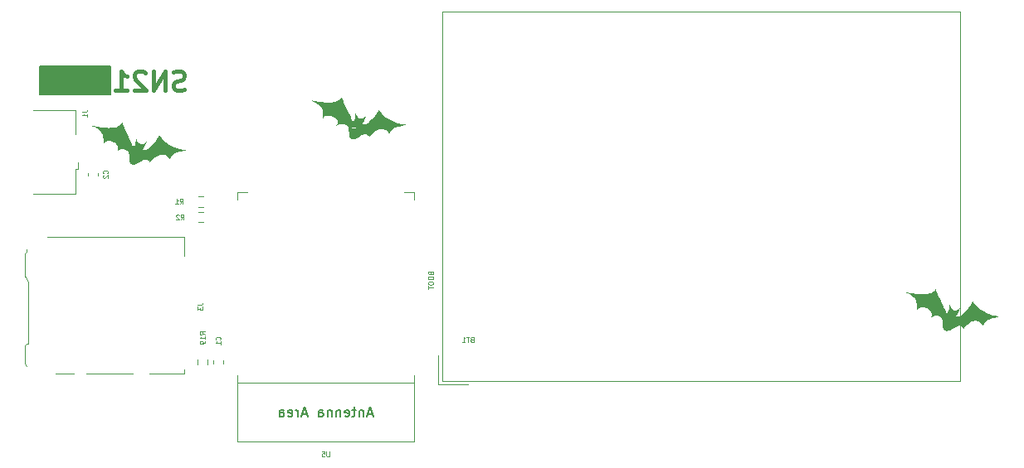
<source format=gbr>
%TF.GenerationSoftware,KiCad,Pcbnew,8.0.6-8.0.6-0~ubuntu22.04.1*%
%TF.CreationDate,2024-10-27T10:41:40+01:00*%
%TF.ProjectId,hackbat,6861636b-6261-4742-9e6b-696361645f70,rev?*%
%TF.SameCoordinates,Original*%
%TF.FileFunction,Legend,Bot*%
%TF.FilePolarity,Positive*%
%FSLAX46Y46*%
G04 Gerber Fmt 4.6, Leading zero omitted, Abs format (unit mm)*
G04 Created by KiCad (PCBNEW 8.0.6-8.0.6-0~ubuntu22.04.1) date 2024-10-27 10:41:40*
%MOMM*%
%LPD*%
G01*
G04 APERTURE LIST*
%ADD10C,0.200000*%
%ADD11C,0.400000*%
%ADD12C,0.080000*%
%ADD13C,0.150000*%
%ADD14C,0.120000*%
%ADD15C,0.000000*%
G04 APERTURE END LIST*
D10*
X141600000Y-79600000D02*
X148800000Y-79600000D01*
X148800000Y-82400000D01*
X141600000Y-82400000D01*
X141600000Y-79600000D01*
G36*
X141600000Y-79600000D02*
G01*
X148800000Y-79600000D01*
X148800000Y-82400000D01*
X141600000Y-82400000D01*
X141600000Y-79600000D01*
G37*
D11*
X156355890Y-81939200D02*
X156070176Y-82034438D01*
X156070176Y-82034438D02*
X155593985Y-82034438D01*
X155593985Y-82034438D02*
X155403509Y-81939200D01*
X155403509Y-81939200D02*
X155308271Y-81843961D01*
X155308271Y-81843961D02*
X155213033Y-81653485D01*
X155213033Y-81653485D02*
X155213033Y-81463009D01*
X155213033Y-81463009D02*
X155308271Y-81272533D01*
X155308271Y-81272533D02*
X155403509Y-81177295D01*
X155403509Y-81177295D02*
X155593985Y-81082057D01*
X155593985Y-81082057D02*
X155974938Y-80986819D01*
X155974938Y-80986819D02*
X156165414Y-80891580D01*
X156165414Y-80891580D02*
X156260652Y-80796342D01*
X156260652Y-80796342D02*
X156355890Y-80605866D01*
X156355890Y-80605866D02*
X156355890Y-80415390D01*
X156355890Y-80415390D02*
X156260652Y-80224914D01*
X156260652Y-80224914D02*
X156165414Y-80129676D01*
X156165414Y-80129676D02*
X155974938Y-80034438D01*
X155974938Y-80034438D02*
X155498747Y-80034438D01*
X155498747Y-80034438D02*
X155213033Y-80129676D01*
X154355890Y-82034438D02*
X154355890Y-80034438D01*
X154355890Y-80034438D02*
X153213033Y-82034438D01*
X153213033Y-82034438D02*
X153213033Y-80034438D01*
X152355890Y-80224914D02*
X152260652Y-80129676D01*
X152260652Y-80129676D02*
X152070176Y-80034438D01*
X152070176Y-80034438D02*
X151593985Y-80034438D01*
X151593985Y-80034438D02*
X151403509Y-80129676D01*
X151403509Y-80129676D02*
X151308271Y-80224914D01*
X151308271Y-80224914D02*
X151213033Y-80415390D01*
X151213033Y-80415390D02*
X151213033Y-80605866D01*
X151213033Y-80605866D02*
X151308271Y-80891580D01*
X151308271Y-80891580D02*
X152451128Y-82034438D01*
X152451128Y-82034438D02*
X151213033Y-82034438D01*
X149308271Y-82034438D02*
X150451128Y-82034438D01*
X149879700Y-82034438D02*
X149879700Y-80034438D01*
X149879700Y-80034438D02*
X150070176Y-80320152D01*
X150070176Y-80320152D02*
X150260652Y-80510628D01*
X150260652Y-80510628D02*
X150451128Y-80605866D01*
D12*
X181465244Y-100721428D02*
X181489054Y-100792856D01*
X181489054Y-100792856D02*
X181512863Y-100816666D01*
X181512863Y-100816666D02*
X181560482Y-100840475D01*
X181560482Y-100840475D02*
X181631911Y-100840475D01*
X181631911Y-100840475D02*
X181679530Y-100816666D01*
X181679530Y-100816666D02*
X181703340Y-100792856D01*
X181703340Y-100792856D02*
X181727149Y-100745237D01*
X181727149Y-100745237D02*
X181727149Y-100554761D01*
X181727149Y-100554761D02*
X181227149Y-100554761D01*
X181227149Y-100554761D02*
X181227149Y-100721428D01*
X181227149Y-100721428D02*
X181250959Y-100769047D01*
X181250959Y-100769047D02*
X181274768Y-100792856D01*
X181274768Y-100792856D02*
X181322387Y-100816666D01*
X181322387Y-100816666D02*
X181370006Y-100816666D01*
X181370006Y-100816666D02*
X181417625Y-100792856D01*
X181417625Y-100792856D02*
X181441435Y-100769047D01*
X181441435Y-100769047D02*
X181465244Y-100721428D01*
X181465244Y-100721428D02*
X181465244Y-100554761D01*
X181227149Y-101149999D02*
X181227149Y-101245237D01*
X181227149Y-101245237D02*
X181250959Y-101292856D01*
X181250959Y-101292856D02*
X181298578Y-101340475D01*
X181298578Y-101340475D02*
X181393816Y-101364285D01*
X181393816Y-101364285D02*
X181560482Y-101364285D01*
X181560482Y-101364285D02*
X181655720Y-101340475D01*
X181655720Y-101340475D02*
X181703340Y-101292856D01*
X181703340Y-101292856D02*
X181727149Y-101245237D01*
X181727149Y-101245237D02*
X181727149Y-101149999D01*
X181727149Y-101149999D02*
X181703340Y-101102380D01*
X181703340Y-101102380D02*
X181655720Y-101054761D01*
X181655720Y-101054761D02*
X181560482Y-101030952D01*
X181560482Y-101030952D02*
X181393816Y-101030952D01*
X181393816Y-101030952D02*
X181298578Y-101054761D01*
X181298578Y-101054761D02*
X181250959Y-101102380D01*
X181250959Y-101102380D02*
X181227149Y-101149999D01*
X181227149Y-101673809D02*
X181227149Y-101769047D01*
X181227149Y-101769047D02*
X181250959Y-101816666D01*
X181250959Y-101816666D02*
X181298578Y-101864285D01*
X181298578Y-101864285D02*
X181393816Y-101888095D01*
X181393816Y-101888095D02*
X181560482Y-101888095D01*
X181560482Y-101888095D02*
X181655720Y-101864285D01*
X181655720Y-101864285D02*
X181703340Y-101816666D01*
X181703340Y-101816666D02*
X181727149Y-101769047D01*
X181727149Y-101769047D02*
X181727149Y-101673809D01*
X181727149Y-101673809D02*
X181703340Y-101626190D01*
X181703340Y-101626190D02*
X181655720Y-101578571D01*
X181655720Y-101578571D02*
X181560482Y-101554762D01*
X181560482Y-101554762D02*
X181393816Y-101554762D01*
X181393816Y-101554762D02*
X181298578Y-101578571D01*
X181298578Y-101578571D02*
X181250959Y-101626190D01*
X181250959Y-101626190D02*
X181227149Y-101673809D01*
X181227149Y-102030953D02*
X181227149Y-102316667D01*
X181727149Y-102173810D02*
X181227149Y-102173810D01*
X155883333Y-93627149D02*
X156049999Y-93389054D01*
X156169047Y-93627149D02*
X156169047Y-93127149D01*
X156169047Y-93127149D02*
X155978571Y-93127149D01*
X155978571Y-93127149D02*
X155930952Y-93150959D01*
X155930952Y-93150959D02*
X155907142Y-93174768D01*
X155907142Y-93174768D02*
X155883333Y-93222387D01*
X155883333Y-93222387D02*
X155883333Y-93293816D01*
X155883333Y-93293816D02*
X155907142Y-93341435D01*
X155907142Y-93341435D02*
X155930952Y-93365244D01*
X155930952Y-93365244D02*
X155978571Y-93389054D01*
X155978571Y-93389054D02*
X156169047Y-93389054D01*
X155407142Y-93627149D02*
X155692856Y-93627149D01*
X155549999Y-93627149D02*
X155549999Y-93127149D01*
X155549999Y-93127149D02*
X155597618Y-93198578D01*
X155597618Y-93198578D02*
X155645237Y-93246197D01*
X155645237Y-93246197D02*
X155692856Y-93270006D01*
X155983333Y-95227149D02*
X156149999Y-94989054D01*
X156269047Y-95227149D02*
X156269047Y-94727149D01*
X156269047Y-94727149D02*
X156078571Y-94727149D01*
X156078571Y-94727149D02*
X156030952Y-94750959D01*
X156030952Y-94750959D02*
X156007142Y-94774768D01*
X156007142Y-94774768D02*
X155983333Y-94822387D01*
X155983333Y-94822387D02*
X155983333Y-94893816D01*
X155983333Y-94893816D02*
X156007142Y-94941435D01*
X156007142Y-94941435D02*
X156030952Y-94965244D01*
X156030952Y-94965244D02*
X156078571Y-94989054D01*
X156078571Y-94989054D02*
X156269047Y-94989054D01*
X155792856Y-94774768D02*
X155769047Y-94750959D01*
X155769047Y-94750959D02*
X155721428Y-94727149D01*
X155721428Y-94727149D02*
X155602380Y-94727149D01*
X155602380Y-94727149D02*
X155554761Y-94750959D01*
X155554761Y-94750959D02*
X155530952Y-94774768D01*
X155530952Y-94774768D02*
X155507142Y-94822387D01*
X155507142Y-94822387D02*
X155507142Y-94870006D01*
X155507142Y-94870006D02*
X155530952Y-94941435D01*
X155530952Y-94941435D02*
X155816666Y-95227149D01*
X155816666Y-95227149D02*
X155507142Y-95227149D01*
X145927149Y-84233333D02*
X146284292Y-84233333D01*
X146284292Y-84233333D02*
X146355720Y-84209524D01*
X146355720Y-84209524D02*
X146403340Y-84161905D01*
X146403340Y-84161905D02*
X146427149Y-84090476D01*
X146427149Y-84090476D02*
X146427149Y-84042857D01*
X146427149Y-84733333D02*
X146427149Y-84447619D01*
X146427149Y-84590476D02*
X145927149Y-84590476D01*
X145927149Y-84590476D02*
X145998578Y-84542857D01*
X145998578Y-84542857D02*
X146046197Y-84495238D01*
X146046197Y-84495238D02*
X146070006Y-84447619D01*
X185670356Y-107465244D02*
X185598928Y-107489054D01*
X185598928Y-107489054D02*
X185575118Y-107512863D01*
X185575118Y-107512863D02*
X185551309Y-107560482D01*
X185551309Y-107560482D02*
X185551309Y-107631911D01*
X185551309Y-107631911D02*
X185575118Y-107679530D01*
X185575118Y-107679530D02*
X185598928Y-107703340D01*
X185598928Y-107703340D02*
X185646547Y-107727149D01*
X185646547Y-107727149D02*
X185837023Y-107727149D01*
X185837023Y-107727149D02*
X185837023Y-107227149D01*
X185837023Y-107227149D02*
X185670356Y-107227149D01*
X185670356Y-107227149D02*
X185622737Y-107250959D01*
X185622737Y-107250959D02*
X185598928Y-107274768D01*
X185598928Y-107274768D02*
X185575118Y-107322387D01*
X185575118Y-107322387D02*
X185575118Y-107370006D01*
X185575118Y-107370006D02*
X185598928Y-107417625D01*
X185598928Y-107417625D02*
X185622737Y-107441435D01*
X185622737Y-107441435D02*
X185670356Y-107465244D01*
X185670356Y-107465244D02*
X185837023Y-107465244D01*
X185408451Y-107227149D02*
X185122737Y-107227149D01*
X185265594Y-107727149D02*
X185265594Y-107227149D01*
X184694166Y-107727149D02*
X184979880Y-107727149D01*
X184837023Y-107727149D02*
X184837023Y-107227149D01*
X184837023Y-107227149D02*
X184884642Y-107298578D01*
X184884642Y-107298578D02*
X184932261Y-107346197D01*
X184932261Y-107346197D02*
X184979880Y-107370006D01*
X171130952Y-118947149D02*
X171130952Y-119351911D01*
X171130952Y-119351911D02*
X171107142Y-119399530D01*
X171107142Y-119399530D02*
X171083333Y-119423340D01*
X171083333Y-119423340D02*
X171035714Y-119447149D01*
X171035714Y-119447149D02*
X170940476Y-119447149D01*
X170940476Y-119447149D02*
X170892857Y-119423340D01*
X170892857Y-119423340D02*
X170869047Y-119399530D01*
X170869047Y-119399530D02*
X170845238Y-119351911D01*
X170845238Y-119351911D02*
X170845238Y-118947149D01*
X170369047Y-118947149D02*
X170607142Y-118947149D01*
X170607142Y-118947149D02*
X170630951Y-119185244D01*
X170630951Y-119185244D02*
X170607142Y-119161435D01*
X170607142Y-119161435D02*
X170559523Y-119137625D01*
X170559523Y-119137625D02*
X170440475Y-119137625D01*
X170440475Y-119137625D02*
X170392856Y-119161435D01*
X170392856Y-119161435D02*
X170369047Y-119185244D01*
X170369047Y-119185244D02*
X170345237Y-119232863D01*
X170345237Y-119232863D02*
X170345237Y-119351911D01*
X170345237Y-119351911D02*
X170369047Y-119399530D01*
X170369047Y-119399530D02*
X170392856Y-119423340D01*
X170392856Y-119423340D02*
X170440475Y-119447149D01*
X170440475Y-119447149D02*
X170559523Y-119447149D01*
X170559523Y-119447149D02*
X170607142Y-119423340D01*
X170607142Y-119423340D02*
X170630951Y-119399530D01*
D13*
X175511905Y-115089104D02*
X175035715Y-115089104D01*
X175607143Y-115374819D02*
X175273810Y-114374819D01*
X175273810Y-114374819D02*
X174940477Y-115374819D01*
X174607143Y-114708152D02*
X174607143Y-115374819D01*
X174607143Y-114803390D02*
X174559524Y-114755771D01*
X174559524Y-114755771D02*
X174464286Y-114708152D01*
X174464286Y-114708152D02*
X174321429Y-114708152D01*
X174321429Y-114708152D02*
X174226191Y-114755771D01*
X174226191Y-114755771D02*
X174178572Y-114851009D01*
X174178572Y-114851009D02*
X174178572Y-115374819D01*
X173845238Y-114708152D02*
X173464286Y-114708152D01*
X173702381Y-114374819D02*
X173702381Y-115231961D01*
X173702381Y-115231961D02*
X173654762Y-115327200D01*
X173654762Y-115327200D02*
X173559524Y-115374819D01*
X173559524Y-115374819D02*
X173464286Y-115374819D01*
X172750000Y-115327200D02*
X172845238Y-115374819D01*
X172845238Y-115374819D02*
X173035714Y-115374819D01*
X173035714Y-115374819D02*
X173130952Y-115327200D01*
X173130952Y-115327200D02*
X173178571Y-115231961D01*
X173178571Y-115231961D02*
X173178571Y-114851009D01*
X173178571Y-114851009D02*
X173130952Y-114755771D01*
X173130952Y-114755771D02*
X173035714Y-114708152D01*
X173035714Y-114708152D02*
X172845238Y-114708152D01*
X172845238Y-114708152D02*
X172750000Y-114755771D01*
X172750000Y-114755771D02*
X172702381Y-114851009D01*
X172702381Y-114851009D02*
X172702381Y-114946247D01*
X172702381Y-114946247D02*
X173178571Y-115041485D01*
X172273809Y-114708152D02*
X172273809Y-115374819D01*
X172273809Y-114803390D02*
X172226190Y-114755771D01*
X172226190Y-114755771D02*
X172130952Y-114708152D01*
X172130952Y-114708152D02*
X171988095Y-114708152D01*
X171988095Y-114708152D02*
X171892857Y-114755771D01*
X171892857Y-114755771D02*
X171845238Y-114851009D01*
X171845238Y-114851009D02*
X171845238Y-115374819D01*
X171369047Y-114708152D02*
X171369047Y-115374819D01*
X171369047Y-114803390D02*
X171321428Y-114755771D01*
X171321428Y-114755771D02*
X171226190Y-114708152D01*
X171226190Y-114708152D02*
X171083333Y-114708152D01*
X171083333Y-114708152D02*
X170988095Y-114755771D01*
X170988095Y-114755771D02*
X170940476Y-114851009D01*
X170940476Y-114851009D02*
X170940476Y-115374819D01*
X170035714Y-115374819D02*
X170035714Y-114851009D01*
X170035714Y-114851009D02*
X170083333Y-114755771D01*
X170083333Y-114755771D02*
X170178571Y-114708152D01*
X170178571Y-114708152D02*
X170369047Y-114708152D01*
X170369047Y-114708152D02*
X170464285Y-114755771D01*
X170035714Y-115327200D02*
X170130952Y-115374819D01*
X170130952Y-115374819D02*
X170369047Y-115374819D01*
X170369047Y-115374819D02*
X170464285Y-115327200D01*
X170464285Y-115327200D02*
X170511904Y-115231961D01*
X170511904Y-115231961D02*
X170511904Y-115136723D01*
X170511904Y-115136723D02*
X170464285Y-115041485D01*
X170464285Y-115041485D02*
X170369047Y-114993866D01*
X170369047Y-114993866D02*
X170130952Y-114993866D01*
X170130952Y-114993866D02*
X170035714Y-114946247D01*
X168845237Y-115089104D02*
X168369047Y-115089104D01*
X168940475Y-115374819D02*
X168607142Y-114374819D01*
X168607142Y-114374819D02*
X168273809Y-115374819D01*
X167940475Y-115374819D02*
X167940475Y-114708152D01*
X167940475Y-114898628D02*
X167892856Y-114803390D01*
X167892856Y-114803390D02*
X167845237Y-114755771D01*
X167845237Y-114755771D02*
X167749999Y-114708152D01*
X167749999Y-114708152D02*
X167654761Y-114708152D01*
X166940475Y-115327200D02*
X167035713Y-115374819D01*
X167035713Y-115374819D02*
X167226189Y-115374819D01*
X167226189Y-115374819D02*
X167321427Y-115327200D01*
X167321427Y-115327200D02*
X167369046Y-115231961D01*
X167369046Y-115231961D02*
X167369046Y-114851009D01*
X167369046Y-114851009D02*
X167321427Y-114755771D01*
X167321427Y-114755771D02*
X167226189Y-114708152D01*
X167226189Y-114708152D02*
X167035713Y-114708152D01*
X167035713Y-114708152D02*
X166940475Y-114755771D01*
X166940475Y-114755771D02*
X166892856Y-114851009D01*
X166892856Y-114851009D02*
X166892856Y-114946247D01*
X166892856Y-114946247D02*
X167369046Y-115041485D01*
X166035713Y-115374819D02*
X166035713Y-114851009D01*
X166035713Y-114851009D02*
X166083332Y-114755771D01*
X166083332Y-114755771D02*
X166178570Y-114708152D01*
X166178570Y-114708152D02*
X166369046Y-114708152D01*
X166369046Y-114708152D02*
X166464284Y-114755771D01*
X166035713Y-115327200D02*
X166130951Y-115374819D01*
X166130951Y-115374819D02*
X166369046Y-115374819D01*
X166369046Y-115374819D02*
X166464284Y-115327200D01*
X166464284Y-115327200D02*
X166511903Y-115231961D01*
X166511903Y-115231961D02*
X166511903Y-115136723D01*
X166511903Y-115136723D02*
X166464284Y-115041485D01*
X166464284Y-115041485D02*
X166369046Y-114993866D01*
X166369046Y-114993866D02*
X166130951Y-114993866D01*
X166130951Y-114993866D02*
X166035713Y-114946247D01*
D12*
X158427149Y-106978571D02*
X158189054Y-106811905D01*
X158427149Y-106692857D02*
X157927149Y-106692857D01*
X157927149Y-106692857D02*
X157927149Y-106883333D01*
X157927149Y-106883333D02*
X157950959Y-106930952D01*
X157950959Y-106930952D02*
X157974768Y-106954762D01*
X157974768Y-106954762D02*
X158022387Y-106978571D01*
X158022387Y-106978571D02*
X158093816Y-106978571D01*
X158093816Y-106978571D02*
X158141435Y-106954762D01*
X158141435Y-106954762D02*
X158165244Y-106930952D01*
X158165244Y-106930952D02*
X158189054Y-106883333D01*
X158189054Y-106883333D02*
X158189054Y-106692857D01*
X158427149Y-107454762D02*
X158427149Y-107169048D01*
X158427149Y-107311905D02*
X157927149Y-107311905D01*
X157927149Y-107311905D02*
X157998578Y-107264286D01*
X157998578Y-107264286D02*
X158046197Y-107216667D01*
X158046197Y-107216667D02*
X158070006Y-107169048D01*
X158427149Y-107692857D02*
X158427149Y-107788095D01*
X158427149Y-107788095D02*
X158403340Y-107835714D01*
X158403340Y-107835714D02*
X158379530Y-107859523D01*
X158379530Y-107859523D02*
X158308101Y-107907142D01*
X158308101Y-107907142D02*
X158212863Y-107930952D01*
X158212863Y-107930952D02*
X158022387Y-107930952D01*
X158022387Y-107930952D02*
X157974768Y-107907142D01*
X157974768Y-107907142D02*
X157950959Y-107883333D01*
X157950959Y-107883333D02*
X157927149Y-107835714D01*
X157927149Y-107835714D02*
X157927149Y-107740476D01*
X157927149Y-107740476D02*
X157950959Y-107692857D01*
X157950959Y-107692857D02*
X157974768Y-107669047D01*
X157974768Y-107669047D02*
X158022387Y-107645238D01*
X158022387Y-107645238D02*
X158141435Y-107645238D01*
X158141435Y-107645238D02*
X158189054Y-107669047D01*
X158189054Y-107669047D02*
X158212863Y-107692857D01*
X158212863Y-107692857D02*
X158236673Y-107740476D01*
X158236673Y-107740476D02*
X158236673Y-107835714D01*
X158236673Y-107835714D02*
X158212863Y-107883333D01*
X158212863Y-107883333D02*
X158189054Y-107907142D01*
X158189054Y-107907142D02*
X158141435Y-107930952D01*
X157717149Y-103938333D02*
X158074292Y-103938333D01*
X158074292Y-103938333D02*
X158145720Y-103914524D01*
X158145720Y-103914524D02*
X158193340Y-103866905D01*
X158193340Y-103866905D02*
X158217149Y-103795476D01*
X158217149Y-103795476D02*
X158217149Y-103747857D01*
X157717149Y-104128809D02*
X157717149Y-104438333D01*
X157717149Y-104438333D02*
X157907625Y-104271666D01*
X157907625Y-104271666D02*
X157907625Y-104343095D01*
X157907625Y-104343095D02*
X157931435Y-104390714D01*
X157931435Y-104390714D02*
X157955244Y-104414523D01*
X157955244Y-104414523D02*
X158002863Y-104438333D01*
X158002863Y-104438333D02*
X158121911Y-104438333D01*
X158121911Y-104438333D02*
X158169530Y-104414523D01*
X158169530Y-104414523D02*
X158193340Y-104390714D01*
X158193340Y-104390714D02*
X158217149Y-104343095D01*
X158217149Y-104343095D02*
X158217149Y-104200238D01*
X158217149Y-104200238D02*
X158193340Y-104152619D01*
X158193340Y-104152619D02*
X158169530Y-104128809D01*
X159979530Y-107516666D02*
X160003340Y-107492857D01*
X160003340Y-107492857D02*
X160027149Y-107421428D01*
X160027149Y-107421428D02*
X160027149Y-107373809D01*
X160027149Y-107373809D02*
X160003340Y-107302381D01*
X160003340Y-107302381D02*
X159955720Y-107254762D01*
X159955720Y-107254762D02*
X159908101Y-107230952D01*
X159908101Y-107230952D02*
X159812863Y-107207143D01*
X159812863Y-107207143D02*
X159741435Y-107207143D01*
X159741435Y-107207143D02*
X159646197Y-107230952D01*
X159646197Y-107230952D02*
X159598578Y-107254762D01*
X159598578Y-107254762D02*
X159550959Y-107302381D01*
X159550959Y-107302381D02*
X159527149Y-107373809D01*
X159527149Y-107373809D02*
X159527149Y-107421428D01*
X159527149Y-107421428D02*
X159550959Y-107492857D01*
X159550959Y-107492857D02*
X159574768Y-107516666D01*
X160027149Y-107992857D02*
X160027149Y-107707143D01*
X160027149Y-107850000D02*
X159527149Y-107850000D01*
X159527149Y-107850000D02*
X159598578Y-107802381D01*
X159598578Y-107802381D02*
X159646197Y-107754762D01*
X159646197Y-107754762D02*
X159670006Y-107707143D01*
X148479530Y-90516666D02*
X148503340Y-90492857D01*
X148503340Y-90492857D02*
X148527149Y-90421428D01*
X148527149Y-90421428D02*
X148527149Y-90373809D01*
X148527149Y-90373809D02*
X148503340Y-90302381D01*
X148503340Y-90302381D02*
X148455720Y-90254762D01*
X148455720Y-90254762D02*
X148408101Y-90230952D01*
X148408101Y-90230952D02*
X148312863Y-90207143D01*
X148312863Y-90207143D02*
X148241435Y-90207143D01*
X148241435Y-90207143D02*
X148146197Y-90230952D01*
X148146197Y-90230952D02*
X148098578Y-90254762D01*
X148098578Y-90254762D02*
X148050959Y-90302381D01*
X148050959Y-90302381D02*
X148027149Y-90373809D01*
X148027149Y-90373809D02*
X148027149Y-90421428D01*
X148027149Y-90421428D02*
X148050959Y-90492857D01*
X148050959Y-90492857D02*
X148074768Y-90516666D01*
X148074768Y-90707143D02*
X148050959Y-90730952D01*
X148050959Y-90730952D02*
X148027149Y-90778571D01*
X148027149Y-90778571D02*
X148027149Y-90897619D01*
X148027149Y-90897619D02*
X148050959Y-90945238D01*
X148050959Y-90945238D02*
X148074768Y-90969047D01*
X148074768Y-90969047D02*
X148122387Y-90992857D01*
X148122387Y-90992857D02*
X148170006Y-90992857D01*
X148170006Y-90992857D02*
X148241435Y-90969047D01*
X148241435Y-90969047D02*
X148527149Y-90683333D01*
X148527149Y-90683333D02*
X148527149Y-90992857D01*
D14*
%TO.C,R1*%
X158237258Y-92877500D02*
X157762742Y-92877500D01*
X158237258Y-93922500D02*
X157762742Y-93922500D01*
D15*
%TO.C,G\u002A\u002A\u002A*%
G36*
X233244424Y-102937630D02*
G01*
X233302812Y-103070067D01*
X233370047Y-103216109D01*
X233447681Y-103379258D01*
X233537264Y-103563020D01*
X233640347Y-103770897D01*
X233675239Y-103841161D01*
X233694679Y-103880990D01*
X233747425Y-103989060D01*
X233758150Y-104011035D01*
X233835230Y-104173073D01*
X233904664Y-104323304D01*
X233964633Y-104457755D01*
X234013319Y-104572456D01*
X234048905Y-104663436D01*
X234061125Y-104695197D01*
X234084942Y-104740873D01*
X234110886Y-104759574D01*
X234144841Y-104753874D01*
X234192690Y-104726346D01*
X234205975Y-104716339D01*
X234252400Y-104664237D01*
X234297348Y-104588730D01*
X234311375Y-104559684D01*
X234328729Y-104517434D01*
X234341985Y-104472594D01*
X234352757Y-104417968D01*
X234362662Y-104346364D01*
X234373316Y-104250588D01*
X234383579Y-104151610D01*
X234393225Y-104060064D01*
X234401093Y-103995461D01*
X234408320Y-103955472D01*
X234416044Y-103937770D01*
X234425402Y-103940029D01*
X234437533Y-103959920D01*
X234453575Y-103995117D01*
X234474665Y-104043293D01*
X234539547Y-104175078D01*
X234618584Y-104300355D01*
X234702369Y-104396157D01*
X234791999Y-104463485D01*
X234888574Y-104503343D01*
X234993189Y-104516731D01*
X235044919Y-104512428D01*
X235140953Y-104485449D01*
X235251728Y-104433252D01*
X235378514Y-104355305D01*
X235385130Y-104350887D01*
X235430243Y-104322763D01*
X235463104Y-104305682D01*
X235476996Y-104303201D01*
X235476691Y-104307682D01*
X235466984Y-104336477D01*
X235446338Y-104386581D01*
X235417035Y-104453153D01*
X235381357Y-104531352D01*
X235341584Y-104616335D01*
X235299998Y-104703261D01*
X235258879Y-104787288D01*
X235246464Y-104811973D01*
X235220510Y-104863575D01*
X235187170Y-104927281D01*
X235171673Y-104954838D01*
X235161143Y-104973563D01*
X235156316Y-104981649D01*
X235122781Y-105042636D01*
X235105976Y-105083673D01*
X235106993Y-105102169D01*
X235112114Y-105104035D01*
X235144194Y-105108701D01*
X235196238Y-105112275D01*
X235259848Y-105114102D01*
X235304004Y-105114286D01*
X235360882Y-105111744D01*
X235406711Y-105103118D01*
X235454281Y-105085513D01*
X235516380Y-105056033D01*
X235552208Y-105037189D01*
X235599625Y-105008046D01*
X235649337Y-104971851D01*
X235704432Y-104925852D01*
X235768000Y-104867294D01*
X235843128Y-104793424D01*
X235932904Y-104701487D01*
X236040417Y-104588730D01*
X236121549Y-104502824D01*
X236218687Y-104399162D01*
X236298608Y-104312376D01*
X236364038Y-104239125D01*
X236417703Y-104176066D01*
X236462328Y-104119859D01*
X236500640Y-104067162D01*
X236535365Y-104014634D01*
X236569228Y-103958933D01*
X236601717Y-103902356D01*
X236961770Y-103902356D01*
X236971513Y-103932860D01*
X236974922Y-103937948D01*
X236990157Y-103970392D01*
X237005940Y-104014674D01*
X237006696Y-104017043D01*
X237020334Y-104053533D01*
X237044334Y-104112503D01*
X237076349Y-104188378D01*
X237114030Y-104275584D01*
X237155027Y-104368544D01*
X237155385Y-104369346D01*
X237198546Y-104466486D01*
X237240621Y-104561657D01*
X237278669Y-104648173D01*
X237309749Y-104719348D01*
X237330922Y-104768497D01*
X237360875Y-104832629D01*
X237387801Y-104873908D01*
X237408832Y-104885082D01*
X237424299Y-104866499D01*
X237426014Y-104860073D01*
X237423961Y-104832160D01*
X237412959Y-104804601D01*
X237398260Y-104787515D01*
X237385118Y-104791019D01*
X237382676Y-104792328D01*
X237370269Y-104778766D01*
X237352246Y-104745225D01*
X237331596Y-104699107D01*
X237311307Y-104647811D01*
X237294369Y-104598741D01*
X237283770Y-104559296D01*
X237282498Y-104536880D01*
X237279886Y-104514508D01*
X237266310Y-104469949D01*
X237244389Y-104409607D01*
X237216775Y-104339798D01*
X237186121Y-104266834D01*
X237155083Y-104197031D01*
X237126311Y-104136701D01*
X237102461Y-104092160D01*
X237086185Y-104069721D01*
X237067396Y-104047806D01*
X237040216Y-104004551D01*
X237013045Y-103951764D01*
X236989670Y-103905158D01*
X236971855Y-103880630D01*
X236962966Y-103885678D01*
X236961770Y-103902356D01*
X236601717Y-103902356D01*
X236604955Y-103896718D01*
X236619717Y-103870722D01*
X236671687Y-103781984D01*
X236718208Y-103706777D01*
X236756941Y-103648656D01*
X236785546Y-103611177D01*
X236801682Y-103597894D01*
X236811562Y-103605914D01*
X236823136Y-103633594D01*
X236837164Y-103665928D01*
X236864159Y-103703711D01*
X236886111Y-103734074D01*
X236896223Y-103763065D01*
X236899990Y-103776015D01*
X236922470Y-103783382D01*
X236937713Y-103787351D01*
X236970149Y-103816698D01*
X237012650Y-103873126D01*
X237022474Y-103886925D01*
X237063575Y-103938471D01*
X237119205Y-104002566D01*
X237183311Y-104072373D01*
X237249840Y-104141054D01*
X237373096Y-104258126D01*
X237507286Y-104370656D01*
X237649472Y-104473934D01*
X237804262Y-104570834D01*
X237976265Y-104664227D01*
X238170088Y-104756985D01*
X238390341Y-104851983D01*
X238410088Y-104860073D01*
X238455007Y-104878476D01*
X238596584Y-104934222D01*
X238720045Y-104978485D01*
X238832496Y-105013112D01*
X238941044Y-105039950D01*
X239052795Y-105060848D01*
X239174857Y-105077652D01*
X239314335Y-105092212D01*
X239333392Y-105094013D01*
X239407597Y-105101502D01*
X239467723Y-105108315D01*
X239508016Y-105113764D01*
X239522725Y-105117161D01*
X239514843Y-105126804D01*
X239478380Y-105145010D01*
X239413609Y-105168377D01*
X239322032Y-105196451D01*
X239205152Y-105228781D01*
X239064469Y-105264912D01*
X238901486Y-105304394D01*
X238813173Y-105325757D01*
X238658327Y-105366726D01*
X238528065Y-105407214D01*
X238417942Y-105449240D01*
X238376029Y-105469473D01*
X238323515Y-105494823D01*
X238240338Y-105545982D01*
X238163966Y-105604738D01*
X238089956Y-105673109D01*
X238070722Y-105692507D01*
X238016706Y-105751802D01*
X237971786Y-105811416D01*
X237931346Y-105878776D01*
X237890770Y-105961310D01*
X237845439Y-106066443D01*
X237843012Y-106072196D01*
X237834054Y-106087565D01*
X237824418Y-106085221D01*
X237810103Y-106061474D01*
X237787109Y-106012633D01*
X237732146Y-105909666D01*
X237644110Y-105794627D01*
X237539180Y-105705893D01*
X237416694Y-105643049D01*
X237275991Y-105605681D01*
X237116409Y-105593375D01*
X237024127Y-105597005D01*
X236857832Y-105622631D01*
X236691367Y-105673877D01*
X236521057Y-105752001D01*
X236343228Y-105858263D01*
X236320639Y-105873567D01*
X236220528Y-105949640D01*
X236121543Y-106036814D01*
X236030303Y-106128540D01*
X235953424Y-106218268D01*
X235897523Y-106299448D01*
X235875333Y-106336073D01*
X235853044Y-106368679D01*
X235840684Y-106381359D01*
X235834511Y-106377416D01*
X235813880Y-106354314D01*
X235786460Y-106317361D01*
X235733223Y-106250528D01*
X235647838Y-106173553D01*
X235555026Y-106119602D01*
X235459542Y-106091234D01*
X235366139Y-106091010D01*
X235349517Y-106094048D01*
X235261039Y-106119810D01*
X235156503Y-106164825D01*
X235033834Y-106230078D01*
X234890960Y-106316551D01*
X234878241Y-106324592D01*
X234713664Y-106424223D01*
X234570231Y-106502280D01*
X234448333Y-106558564D01*
X234348359Y-106592877D01*
X234316507Y-106600240D01*
X234248191Y-106611613D01*
X234188809Y-106616550D01*
X234156412Y-106615346D01*
X234073835Y-106601815D01*
X233988002Y-106576409D01*
X233910482Y-106542959D01*
X233852845Y-106505297D01*
X233830325Y-106483687D01*
X233804025Y-106450068D01*
X233783622Y-106409333D01*
X233768292Y-106357429D01*
X233757207Y-106290300D01*
X233749543Y-106203893D01*
X233744473Y-106094154D01*
X233741172Y-105957027D01*
X233739394Y-105874967D01*
X233733789Y-105730267D01*
X233724580Y-105611068D01*
X233710659Y-105513425D01*
X233696677Y-105456741D01*
X233768393Y-105456741D01*
X233782608Y-105470078D01*
X233795213Y-105477382D01*
X233813623Y-105484719D01*
X233820653Y-105482754D01*
X233840556Y-105472235D01*
X234052149Y-105472235D01*
X234077033Y-105481171D01*
X234126733Y-105484960D01*
X234180340Y-105485201D01*
X234169733Y-105839071D01*
X234167555Y-105915302D01*
X234165291Y-106014559D01*
X234164647Y-106088007D01*
X234165726Y-106139107D01*
X234168634Y-106171322D01*
X234173473Y-106188113D01*
X234180347Y-106192941D01*
X234191630Y-106192058D01*
X234215382Y-106175876D01*
X234222539Y-106135767D01*
X234222531Y-106134135D01*
X234216605Y-106109364D01*
X234196368Y-106109605D01*
X234180449Y-106113043D01*
X234181909Y-106100697D01*
X234187004Y-106082623D01*
X234191580Y-106040286D01*
X234193165Y-105986220D01*
X234194702Y-105944515D01*
X234202359Y-105881717D01*
X234214353Y-105833427D01*
X234220988Y-105810598D01*
X234231802Y-105752049D01*
X234241472Y-105674905D01*
X234249061Y-105587207D01*
X234253629Y-105496996D01*
X234263841Y-105491691D01*
X234297861Y-105487005D01*
X234347431Y-105485201D01*
X234359673Y-105485085D01*
X234412886Y-105481056D01*
X234445291Y-105472418D01*
X234447318Y-105469473D01*
X234521362Y-105469473D01*
X234524024Y-105476708D01*
X234544954Y-105485201D01*
X234555807Y-105483426D01*
X234568545Y-105469473D01*
X234623592Y-105469473D01*
X234626811Y-105473768D01*
X234648111Y-105485201D01*
X234651622Y-105484751D01*
X234662910Y-105469473D01*
X234659910Y-105461957D01*
X234638391Y-105453746D01*
X234627157Y-105456009D01*
X234623592Y-105469473D01*
X234568545Y-105469473D01*
X234565884Y-105462238D01*
X234544954Y-105453746D01*
X234534101Y-105455520D01*
X234529349Y-105460725D01*
X234521362Y-105469473D01*
X234447318Y-105469473D01*
X234453341Y-105460725D01*
X234433484Y-105447530D01*
X234422863Y-105444738D01*
X234383268Y-105439923D01*
X234332982Y-105438018D01*
X234257268Y-105438018D01*
X234245299Y-105308266D01*
X234244112Y-105294981D01*
X234239134Y-105227217D01*
X234236334Y-105167482D01*
X234236291Y-105127399D01*
X234236483Y-105123352D01*
X234234077Y-105089978D01*
X234225584Y-105076284D01*
X234219045Y-105089301D01*
X234210304Y-105127762D01*
X234200847Y-105185540D01*
X234191833Y-105256458D01*
X234171752Y-105436631D01*
X234101194Y-105447212D01*
X234084460Y-105450192D01*
X234053990Y-105460969D01*
X234053215Y-105465713D01*
X234052149Y-105472235D01*
X233840556Y-105472235D01*
X233844637Y-105470078D01*
X233847476Y-105468251D01*
X233853387Y-105461609D01*
X233876533Y-105461609D01*
X233884397Y-105469473D01*
X233892260Y-105461609D01*
X233890622Y-105459971D01*
X233975158Y-105459971D01*
X233975232Y-105461609D01*
X233975401Y-105465340D01*
X233995800Y-105468232D01*
X234011259Y-105465713D01*
X234005302Y-105458729D01*
X233996207Y-105456217D01*
X233975158Y-105459971D01*
X233890622Y-105459971D01*
X233884397Y-105453746D01*
X233882483Y-105455660D01*
X233876533Y-105461609D01*
X233853387Y-105461609D01*
X233858682Y-105455660D01*
X233840705Y-105445045D01*
X233824582Y-105441366D01*
X233786540Y-105445045D01*
X233783209Y-105446351D01*
X233768393Y-105456741D01*
X233696677Y-105456741D01*
X233690918Y-105433394D01*
X233664252Y-105367029D01*
X233629551Y-105310385D01*
X233585710Y-105259517D01*
X233531619Y-105210480D01*
X233467464Y-105162463D01*
X233342454Y-105096011D01*
X233208357Y-105058384D01*
X233064445Y-105049571D01*
X232909994Y-105069560D01*
X232744277Y-105118341D01*
X232566569Y-105195903D01*
X232528536Y-105214747D01*
X232474960Y-105240637D01*
X232436434Y-105258411D01*
X232419460Y-105265015D01*
X232419735Y-105261063D01*
X232434194Y-105239966D01*
X232461765Y-105206754D01*
X232524553Y-105118504D01*
X232570521Y-105012865D01*
X232583393Y-104947318D01*
X234206811Y-104947318D01*
X234207841Y-104966621D01*
X234215693Y-104980963D01*
X234231250Y-104964821D01*
X234234144Y-104954838D01*
X234224314Y-104930220D01*
X234223949Y-104929858D01*
X234210665Y-104924501D01*
X234206811Y-104947318D01*
X232583393Y-104947318D01*
X232592051Y-104903233D01*
X232589490Y-104835511D01*
X234191384Y-104835511D01*
X234200630Y-104878404D01*
X234210242Y-104894857D01*
X234230342Y-104901402D01*
X234246624Y-104879690D01*
X234249853Y-104869363D01*
X234261603Y-104831885D01*
X234262481Y-104811973D01*
X234250455Y-104777639D01*
X234245579Y-104770693D01*
X234224707Y-104758034D01*
X234206599Y-104768901D01*
X234194432Y-104796868D01*
X234191384Y-104835511D01*
X232589490Y-104835511D01*
X232587987Y-104795782D01*
X232557177Y-104696682D01*
X232551939Y-104686091D01*
X232481290Y-104579419D01*
X232383541Y-104480739D01*
X232262287Y-104392702D01*
X232121123Y-104317958D01*
X231963644Y-104259156D01*
X231946582Y-104253930D01*
X231896187Y-104237027D01*
X231868792Y-104223183D01*
X231858488Y-104208405D01*
X231859361Y-104188699D01*
X231859925Y-104163344D01*
X231849159Y-104141410D01*
X231837375Y-104142737D01*
X231831951Y-104169325D01*
X231831951Y-104207875D01*
X231639288Y-104205640D01*
X231557575Y-104206548D01*
X231433313Y-104218198D01*
X231332561Y-104244020D01*
X231251691Y-104285573D01*
X231187073Y-104344414D01*
X231135080Y-104422102D01*
X231100619Y-104486501D01*
X231097055Y-104344953D01*
X231092595Y-104223458D01*
X231084388Y-104083167D01*
X231077529Y-103997455D01*
X232071287Y-103997455D01*
X232088838Y-104034525D01*
X232098898Y-104044202D01*
X232113739Y-104051176D01*
X232123576Y-104034338D01*
X232125493Y-104028684D01*
X232129400Y-103989060D01*
X232121279Y-103952249D01*
X232103831Y-103932219D01*
X232087820Y-103939414D01*
X232074269Y-103967706D01*
X232071287Y-103997455D01*
X231077529Y-103997455D01*
X231073442Y-103946392D01*
X231060402Y-103820118D01*
X231052916Y-103763902D01*
X231833287Y-103763902D01*
X231834234Y-103842211D01*
X231834670Y-103852772D01*
X231838405Y-103907000D01*
X231843550Y-103945187D01*
X231849128Y-103959628D01*
X231855012Y-103948300D01*
X231861227Y-103912458D01*
X231865231Y-103872810D01*
X232102679Y-103872810D01*
X232104562Y-103891475D01*
X232109292Y-103893936D01*
X232115047Y-103880990D01*
X232113912Y-103872664D01*
X232104562Y-103870505D01*
X232102679Y-103872810D01*
X231865231Y-103872810D01*
X231866576Y-103859498D01*
X231870677Y-103797045D01*
X231873148Y-103732723D01*
X231873605Y-103674155D01*
X231871666Y-103628967D01*
X231866947Y-103604781D01*
X231860672Y-103598085D01*
X231850443Y-103608040D01*
X231842037Y-103642123D01*
X231836103Y-103695641D01*
X231833287Y-103763902D01*
X231052916Y-103763902D01*
X231045915Y-103711329D01*
X231030628Y-103627010D01*
X231025434Y-103604598D01*
X230991667Y-103494790D01*
X230987098Y-103485227D01*
X231853514Y-103485227D01*
X231856584Y-103523863D01*
X231864898Y-103543770D01*
X231870549Y-103540470D01*
X231875636Y-103519054D01*
X232075699Y-103519054D01*
X232076804Y-103565186D01*
X232081319Y-103587292D01*
X232088835Y-103604783D01*
X232097620Y-103646907D01*
X232100511Y-103674155D01*
X232103323Y-103700667D01*
X232103519Y-103703807D01*
X232107844Y-103755404D01*
X232112474Y-103775775D01*
X232117600Y-103765139D01*
X232123412Y-103723715D01*
X232125867Y-103693711D01*
X232129193Y-103636665D01*
X232132815Y-103561050D01*
X232136567Y-103471865D01*
X232140285Y-103374111D01*
X232143804Y-103272787D01*
X232146960Y-103172892D01*
X232149588Y-103079426D01*
X232151524Y-102997387D01*
X232152602Y-102931777D01*
X232152659Y-102887594D01*
X232151529Y-102869837D01*
X232145430Y-102865668D01*
X232125003Y-102872690D01*
X232117139Y-102886132D01*
X232112464Y-102926963D01*
X232115932Y-102995342D01*
X232119043Y-103051447D01*
X232118199Y-103103821D01*
X232113256Y-103136737D01*
X232112149Y-103140038D01*
X232103491Y-103179456D01*
X232095188Y-103237954D01*
X232087748Y-103308347D01*
X232081681Y-103383450D01*
X232077494Y-103456081D01*
X232077086Y-103470381D01*
X232075699Y-103519054D01*
X231875636Y-103519054D01*
X231876731Y-103514446D01*
X231879133Y-103470381D01*
X231878812Y-103451086D01*
X231874441Y-103411030D01*
X231867040Y-103401423D01*
X231859290Y-103422030D01*
X231853867Y-103472613D01*
X231853514Y-103485227D01*
X230987098Y-103485227D01*
X230944350Y-103395753D01*
X230878737Y-103298984D01*
X230790084Y-103195978D01*
X230785994Y-103191620D01*
X230697230Y-103106495D01*
X230593322Y-103024287D01*
X230470412Y-102942414D01*
X230324644Y-102858299D01*
X230152161Y-102769362D01*
X230088288Y-102737629D01*
X230018486Y-102702263D01*
X229963566Y-102673639D01*
X229927997Y-102654092D01*
X229916247Y-102645962D01*
X229921407Y-102645864D01*
X229951896Y-102649810D01*
X230004940Y-102658390D01*
X230075107Y-102670705D01*
X230156966Y-102685854D01*
X230164824Y-102687341D01*
X230398505Y-102730807D01*
X230605320Y-102767524D01*
X230788911Y-102797915D01*
X230952920Y-102822407D01*
X231100990Y-102841424D01*
X231236763Y-102855390D01*
X231363880Y-102864730D01*
X231485984Y-102869869D01*
X231606718Y-102871231D01*
X231729722Y-102869241D01*
X231795116Y-102866962D01*
X232006356Y-102852192D01*
X232192500Y-102825907D01*
X232357253Y-102786841D01*
X232504323Y-102733726D01*
X232637415Y-102665298D01*
X232760237Y-102580289D01*
X232876493Y-102477433D01*
X232882207Y-102471822D01*
X232934960Y-102420302D01*
X232978449Y-102378312D01*
X233008303Y-102350044D01*
X233020151Y-102339690D01*
X233023671Y-102347087D01*
X233035431Y-102378685D01*
X233053173Y-102429415D01*
X233074676Y-102493034D01*
X233106829Y-102586901D01*
X233147983Y-102699551D01*
X233193331Y-102815292D01*
X233223527Y-102887594D01*
X233244424Y-102937630D01*
G37*
D14*
%TO.C,R2*%
X158237258Y-94477500D02*
X157762742Y-94477500D01*
X158237258Y-95522500D02*
X157762742Y-95522500D01*
D15*
%TO.C,G\u002A\u002A\u002A*%
G36*
X150244424Y-85937630D02*
G01*
X150302812Y-86070067D01*
X150370047Y-86216109D01*
X150447681Y-86379258D01*
X150537264Y-86563020D01*
X150640347Y-86770897D01*
X150675239Y-86841161D01*
X150694679Y-86880990D01*
X150747425Y-86989060D01*
X150758150Y-87011035D01*
X150835230Y-87173073D01*
X150904664Y-87323304D01*
X150964633Y-87457755D01*
X151013319Y-87572456D01*
X151048905Y-87663436D01*
X151061125Y-87695197D01*
X151084942Y-87740873D01*
X151110886Y-87759574D01*
X151144841Y-87753874D01*
X151192690Y-87726346D01*
X151205975Y-87716339D01*
X151252400Y-87664237D01*
X151297348Y-87588730D01*
X151311375Y-87559684D01*
X151328729Y-87517434D01*
X151341985Y-87472594D01*
X151352757Y-87417968D01*
X151362662Y-87346364D01*
X151373316Y-87250588D01*
X151383579Y-87151610D01*
X151393225Y-87060064D01*
X151401093Y-86995461D01*
X151408320Y-86955472D01*
X151416044Y-86937770D01*
X151425402Y-86940029D01*
X151437533Y-86959920D01*
X151453575Y-86995117D01*
X151474665Y-87043293D01*
X151539547Y-87175078D01*
X151618584Y-87300355D01*
X151702369Y-87396157D01*
X151791999Y-87463485D01*
X151888574Y-87503343D01*
X151993189Y-87516731D01*
X152044919Y-87512428D01*
X152140953Y-87485449D01*
X152251728Y-87433252D01*
X152378514Y-87355305D01*
X152385130Y-87350887D01*
X152430243Y-87322763D01*
X152463104Y-87305682D01*
X152476996Y-87303201D01*
X152476691Y-87307682D01*
X152466984Y-87336477D01*
X152446338Y-87386581D01*
X152417035Y-87453153D01*
X152381357Y-87531352D01*
X152341584Y-87616335D01*
X152299998Y-87703261D01*
X152258879Y-87787288D01*
X152246464Y-87811973D01*
X152220510Y-87863575D01*
X152187170Y-87927281D01*
X152171673Y-87954838D01*
X152161143Y-87973563D01*
X152156316Y-87981649D01*
X152122781Y-88042636D01*
X152105976Y-88083673D01*
X152106993Y-88102169D01*
X152112114Y-88104035D01*
X152144194Y-88108701D01*
X152196238Y-88112275D01*
X152259848Y-88114102D01*
X152304004Y-88114286D01*
X152360882Y-88111744D01*
X152406711Y-88103118D01*
X152454281Y-88085513D01*
X152516380Y-88056033D01*
X152552208Y-88037189D01*
X152599625Y-88008046D01*
X152649337Y-87971851D01*
X152704432Y-87925852D01*
X152768000Y-87867294D01*
X152843128Y-87793424D01*
X152932904Y-87701487D01*
X153040417Y-87588730D01*
X153121549Y-87502824D01*
X153218687Y-87399162D01*
X153298608Y-87312376D01*
X153364038Y-87239125D01*
X153417703Y-87176066D01*
X153462328Y-87119859D01*
X153500640Y-87067162D01*
X153535365Y-87014634D01*
X153569228Y-86958933D01*
X153601717Y-86902356D01*
X153961770Y-86902356D01*
X153971513Y-86932860D01*
X153974922Y-86937948D01*
X153990157Y-86970392D01*
X154005940Y-87014674D01*
X154006696Y-87017043D01*
X154020334Y-87053533D01*
X154044334Y-87112503D01*
X154076349Y-87188378D01*
X154114030Y-87275584D01*
X154155027Y-87368544D01*
X154155385Y-87369346D01*
X154198546Y-87466486D01*
X154240621Y-87561657D01*
X154278669Y-87648173D01*
X154309749Y-87719348D01*
X154330922Y-87768497D01*
X154360875Y-87832629D01*
X154387801Y-87873908D01*
X154408832Y-87885082D01*
X154424299Y-87866499D01*
X154426014Y-87860073D01*
X154423961Y-87832160D01*
X154412959Y-87804601D01*
X154398260Y-87787515D01*
X154385118Y-87791019D01*
X154382676Y-87792328D01*
X154370269Y-87778766D01*
X154352246Y-87745225D01*
X154331596Y-87699107D01*
X154311307Y-87647811D01*
X154294369Y-87598741D01*
X154283770Y-87559296D01*
X154282498Y-87536880D01*
X154279886Y-87514508D01*
X154266310Y-87469949D01*
X154244389Y-87409607D01*
X154216775Y-87339798D01*
X154186121Y-87266834D01*
X154155083Y-87197031D01*
X154126311Y-87136701D01*
X154102461Y-87092160D01*
X154086185Y-87069721D01*
X154067396Y-87047806D01*
X154040216Y-87004551D01*
X154013045Y-86951764D01*
X153989670Y-86905158D01*
X153971855Y-86880630D01*
X153962966Y-86885678D01*
X153961770Y-86902356D01*
X153601717Y-86902356D01*
X153604955Y-86896718D01*
X153619717Y-86870722D01*
X153671687Y-86781984D01*
X153718208Y-86706777D01*
X153756941Y-86648656D01*
X153785546Y-86611177D01*
X153801682Y-86597894D01*
X153811562Y-86605914D01*
X153823136Y-86633594D01*
X153837164Y-86665928D01*
X153864159Y-86703711D01*
X153886111Y-86734074D01*
X153896223Y-86763065D01*
X153899990Y-86776015D01*
X153922470Y-86783382D01*
X153937713Y-86787351D01*
X153970149Y-86816698D01*
X154012650Y-86873126D01*
X154022474Y-86886925D01*
X154063575Y-86938471D01*
X154119205Y-87002566D01*
X154183311Y-87072373D01*
X154249840Y-87141054D01*
X154373096Y-87258126D01*
X154507286Y-87370656D01*
X154649472Y-87473934D01*
X154804262Y-87570834D01*
X154976265Y-87664227D01*
X155170088Y-87756985D01*
X155390341Y-87851983D01*
X155410088Y-87860073D01*
X155455007Y-87878476D01*
X155596584Y-87934222D01*
X155720045Y-87978485D01*
X155832496Y-88013112D01*
X155941044Y-88039950D01*
X156052795Y-88060848D01*
X156174857Y-88077652D01*
X156314335Y-88092212D01*
X156333392Y-88094013D01*
X156407597Y-88101502D01*
X156467723Y-88108315D01*
X156508016Y-88113764D01*
X156522725Y-88117161D01*
X156514843Y-88126804D01*
X156478380Y-88145010D01*
X156413609Y-88168377D01*
X156322032Y-88196451D01*
X156205152Y-88228781D01*
X156064469Y-88264912D01*
X155901486Y-88304394D01*
X155813173Y-88325757D01*
X155658327Y-88366726D01*
X155528065Y-88407214D01*
X155417942Y-88449240D01*
X155376029Y-88469473D01*
X155323515Y-88494823D01*
X155240338Y-88545982D01*
X155163966Y-88604738D01*
X155089956Y-88673109D01*
X155070722Y-88692507D01*
X155016706Y-88751802D01*
X154971786Y-88811416D01*
X154931346Y-88878776D01*
X154890770Y-88961310D01*
X154845439Y-89066443D01*
X154843012Y-89072196D01*
X154834054Y-89087565D01*
X154824418Y-89085221D01*
X154810103Y-89061474D01*
X154787109Y-89012633D01*
X154732146Y-88909666D01*
X154644110Y-88794627D01*
X154539180Y-88705893D01*
X154416694Y-88643049D01*
X154275991Y-88605681D01*
X154116409Y-88593375D01*
X154024127Y-88597005D01*
X153857832Y-88622631D01*
X153691367Y-88673877D01*
X153521057Y-88752001D01*
X153343228Y-88858263D01*
X153320639Y-88873567D01*
X153220528Y-88949640D01*
X153121543Y-89036814D01*
X153030303Y-89128540D01*
X152953424Y-89218268D01*
X152897523Y-89299448D01*
X152875333Y-89336073D01*
X152853044Y-89368679D01*
X152840684Y-89381359D01*
X152834511Y-89377416D01*
X152813880Y-89354314D01*
X152786460Y-89317361D01*
X152733223Y-89250528D01*
X152647838Y-89173553D01*
X152555026Y-89119602D01*
X152459542Y-89091234D01*
X152366139Y-89091010D01*
X152349517Y-89094048D01*
X152261039Y-89119810D01*
X152156503Y-89164825D01*
X152033834Y-89230078D01*
X151890960Y-89316551D01*
X151878241Y-89324592D01*
X151713664Y-89424223D01*
X151570231Y-89502280D01*
X151448333Y-89558564D01*
X151348359Y-89592877D01*
X151316507Y-89600240D01*
X151248191Y-89611613D01*
X151188809Y-89616550D01*
X151156412Y-89615346D01*
X151073835Y-89601815D01*
X150988002Y-89576409D01*
X150910482Y-89542959D01*
X150852845Y-89505297D01*
X150830325Y-89483687D01*
X150804025Y-89450068D01*
X150783622Y-89409333D01*
X150768292Y-89357429D01*
X150757207Y-89290300D01*
X150749543Y-89203893D01*
X150744473Y-89094154D01*
X150741172Y-88957027D01*
X150739394Y-88874967D01*
X150733789Y-88730267D01*
X150724580Y-88611068D01*
X150710659Y-88513425D01*
X150696677Y-88456741D01*
X150768393Y-88456741D01*
X150782608Y-88470078D01*
X150795213Y-88477382D01*
X150813623Y-88484719D01*
X150820653Y-88482754D01*
X150840556Y-88472235D01*
X151052149Y-88472235D01*
X151077033Y-88481171D01*
X151126733Y-88484960D01*
X151180340Y-88485201D01*
X151169733Y-88839071D01*
X151167555Y-88915302D01*
X151165291Y-89014559D01*
X151164647Y-89088007D01*
X151165726Y-89139107D01*
X151168634Y-89171322D01*
X151173473Y-89188113D01*
X151180347Y-89192941D01*
X151191630Y-89192058D01*
X151215382Y-89175876D01*
X151222539Y-89135767D01*
X151222531Y-89134135D01*
X151216605Y-89109364D01*
X151196368Y-89109605D01*
X151180449Y-89113043D01*
X151181909Y-89100697D01*
X151187004Y-89082623D01*
X151191580Y-89040286D01*
X151193165Y-88986220D01*
X151194702Y-88944515D01*
X151202359Y-88881717D01*
X151214353Y-88833427D01*
X151220988Y-88810598D01*
X151231802Y-88752049D01*
X151241472Y-88674905D01*
X151249061Y-88587207D01*
X151253629Y-88496996D01*
X151263841Y-88491691D01*
X151297861Y-88487005D01*
X151347431Y-88485201D01*
X151359673Y-88485085D01*
X151412886Y-88481056D01*
X151445291Y-88472418D01*
X151447318Y-88469473D01*
X151521362Y-88469473D01*
X151524024Y-88476708D01*
X151544954Y-88485201D01*
X151555807Y-88483426D01*
X151568545Y-88469473D01*
X151623592Y-88469473D01*
X151626811Y-88473768D01*
X151648111Y-88485201D01*
X151651622Y-88484751D01*
X151662910Y-88469473D01*
X151659910Y-88461957D01*
X151638391Y-88453746D01*
X151627157Y-88456009D01*
X151623592Y-88469473D01*
X151568545Y-88469473D01*
X151565884Y-88462238D01*
X151544954Y-88453746D01*
X151534101Y-88455520D01*
X151529349Y-88460725D01*
X151521362Y-88469473D01*
X151447318Y-88469473D01*
X151453341Y-88460725D01*
X151433484Y-88447530D01*
X151422863Y-88444738D01*
X151383268Y-88439923D01*
X151332982Y-88438018D01*
X151257268Y-88438018D01*
X151245299Y-88308266D01*
X151244112Y-88294981D01*
X151239134Y-88227217D01*
X151236334Y-88167482D01*
X151236291Y-88127399D01*
X151236483Y-88123352D01*
X151234077Y-88089978D01*
X151225584Y-88076284D01*
X151219045Y-88089301D01*
X151210304Y-88127762D01*
X151200847Y-88185540D01*
X151191833Y-88256458D01*
X151171752Y-88436631D01*
X151101194Y-88447212D01*
X151084460Y-88450192D01*
X151053990Y-88460969D01*
X151053215Y-88465713D01*
X151052149Y-88472235D01*
X150840556Y-88472235D01*
X150844637Y-88470078D01*
X150847476Y-88468251D01*
X150853387Y-88461609D01*
X150876533Y-88461609D01*
X150884397Y-88469473D01*
X150892260Y-88461609D01*
X150890622Y-88459971D01*
X150975158Y-88459971D01*
X150975232Y-88461609D01*
X150975401Y-88465340D01*
X150995800Y-88468232D01*
X151011259Y-88465713D01*
X151005302Y-88458729D01*
X150996207Y-88456217D01*
X150975158Y-88459971D01*
X150890622Y-88459971D01*
X150884397Y-88453746D01*
X150882483Y-88455660D01*
X150876533Y-88461609D01*
X150853387Y-88461609D01*
X150858682Y-88455660D01*
X150840705Y-88445045D01*
X150824582Y-88441366D01*
X150786540Y-88445045D01*
X150783209Y-88446351D01*
X150768393Y-88456741D01*
X150696677Y-88456741D01*
X150690918Y-88433394D01*
X150664252Y-88367029D01*
X150629551Y-88310385D01*
X150585710Y-88259517D01*
X150531619Y-88210480D01*
X150467464Y-88162463D01*
X150342454Y-88096011D01*
X150208357Y-88058384D01*
X150064445Y-88049571D01*
X149909994Y-88069560D01*
X149744277Y-88118341D01*
X149566569Y-88195903D01*
X149528536Y-88214747D01*
X149474960Y-88240637D01*
X149436434Y-88258411D01*
X149419460Y-88265015D01*
X149419735Y-88261063D01*
X149434194Y-88239966D01*
X149461765Y-88206754D01*
X149524553Y-88118504D01*
X149570521Y-88012865D01*
X149583393Y-87947318D01*
X151206811Y-87947318D01*
X151207841Y-87966621D01*
X151215693Y-87980963D01*
X151231250Y-87964821D01*
X151234144Y-87954838D01*
X151224314Y-87930220D01*
X151223949Y-87929858D01*
X151210665Y-87924501D01*
X151206811Y-87947318D01*
X149583393Y-87947318D01*
X149592051Y-87903233D01*
X149589490Y-87835511D01*
X151191384Y-87835511D01*
X151200630Y-87878404D01*
X151210242Y-87894857D01*
X151230342Y-87901402D01*
X151246624Y-87879690D01*
X151249853Y-87869363D01*
X151261603Y-87831885D01*
X151262481Y-87811973D01*
X151250455Y-87777639D01*
X151245579Y-87770693D01*
X151224707Y-87758034D01*
X151206599Y-87768901D01*
X151194432Y-87796868D01*
X151191384Y-87835511D01*
X149589490Y-87835511D01*
X149587987Y-87795782D01*
X149557177Y-87696682D01*
X149551939Y-87686091D01*
X149481290Y-87579419D01*
X149383541Y-87480739D01*
X149262287Y-87392702D01*
X149121123Y-87317958D01*
X148963644Y-87259156D01*
X148946582Y-87253930D01*
X148896187Y-87237027D01*
X148868792Y-87223183D01*
X148858488Y-87208405D01*
X148859361Y-87188699D01*
X148859925Y-87163344D01*
X148849159Y-87141410D01*
X148837375Y-87142737D01*
X148831951Y-87169325D01*
X148831951Y-87207875D01*
X148639288Y-87205640D01*
X148557575Y-87206548D01*
X148433313Y-87218198D01*
X148332561Y-87244020D01*
X148251691Y-87285573D01*
X148187073Y-87344414D01*
X148135080Y-87422102D01*
X148100619Y-87486501D01*
X148097055Y-87344953D01*
X148092595Y-87223458D01*
X148084388Y-87083167D01*
X148077529Y-86997455D01*
X149071287Y-86997455D01*
X149088838Y-87034525D01*
X149098898Y-87044202D01*
X149113739Y-87051176D01*
X149123576Y-87034338D01*
X149125493Y-87028684D01*
X149129400Y-86989060D01*
X149121279Y-86952249D01*
X149103831Y-86932219D01*
X149087820Y-86939414D01*
X149074269Y-86967706D01*
X149071287Y-86997455D01*
X148077529Y-86997455D01*
X148073442Y-86946392D01*
X148060402Y-86820118D01*
X148052916Y-86763902D01*
X148833287Y-86763902D01*
X148834234Y-86842211D01*
X148834670Y-86852772D01*
X148838405Y-86907000D01*
X148843550Y-86945187D01*
X148849128Y-86959628D01*
X148855012Y-86948300D01*
X148861227Y-86912458D01*
X148865231Y-86872810D01*
X149102679Y-86872810D01*
X149104562Y-86891475D01*
X149109292Y-86893936D01*
X149115047Y-86880990D01*
X149113912Y-86872664D01*
X149104562Y-86870505D01*
X149102679Y-86872810D01*
X148865231Y-86872810D01*
X148866576Y-86859498D01*
X148870677Y-86797045D01*
X148873148Y-86732723D01*
X148873605Y-86674155D01*
X148871666Y-86628967D01*
X148866947Y-86604781D01*
X148860672Y-86598085D01*
X148850443Y-86608040D01*
X148842037Y-86642123D01*
X148836103Y-86695641D01*
X148833287Y-86763902D01*
X148052916Y-86763902D01*
X148045915Y-86711329D01*
X148030628Y-86627010D01*
X148025434Y-86604598D01*
X147991667Y-86494790D01*
X147987098Y-86485227D01*
X148853514Y-86485227D01*
X148856584Y-86523863D01*
X148864898Y-86543770D01*
X148870549Y-86540470D01*
X148875636Y-86519054D01*
X149075699Y-86519054D01*
X149076804Y-86565186D01*
X149081319Y-86587292D01*
X149088835Y-86604783D01*
X149097620Y-86646907D01*
X149100511Y-86674155D01*
X149103323Y-86700667D01*
X149103519Y-86703807D01*
X149107844Y-86755404D01*
X149112474Y-86775775D01*
X149117600Y-86765139D01*
X149123412Y-86723715D01*
X149125867Y-86693711D01*
X149129193Y-86636665D01*
X149132815Y-86561050D01*
X149136567Y-86471865D01*
X149140285Y-86374111D01*
X149143804Y-86272787D01*
X149146960Y-86172892D01*
X149149588Y-86079426D01*
X149151524Y-85997387D01*
X149152602Y-85931777D01*
X149152659Y-85887594D01*
X149151529Y-85869837D01*
X149145430Y-85865668D01*
X149125003Y-85872690D01*
X149117139Y-85886132D01*
X149112464Y-85926963D01*
X149115932Y-85995342D01*
X149119043Y-86051447D01*
X149118199Y-86103821D01*
X149113256Y-86136737D01*
X149112149Y-86140038D01*
X149103491Y-86179456D01*
X149095188Y-86237954D01*
X149087748Y-86308347D01*
X149081681Y-86383450D01*
X149077494Y-86456081D01*
X149077086Y-86470381D01*
X149075699Y-86519054D01*
X148875636Y-86519054D01*
X148876731Y-86514446D01*
X148879133Y-86470381D01*
X148878812Y-86451086D01*
X148874441Y-86411030D01*
X148867040Y-86401423D01*
X148859290Y-86422030D01*
X148853867Y-86472613D01*
X148853514Y-86485227D01*
X147987098Y-86485227D01*
X147944350Y-86395753D01*
X147878737Y-86298984D01*
X147790084Y-86195978D01*
X147785994Y-86191620D01*
X147697230Y-86106495D01*
X147593322Y-86024287D01*
X147470412Y-85942414D01*
X147324644Y-85858299D01*
X147152161Y-85769362D01*
X147088288Y-85737629D01*
X147018486Y-85702263D01*
X146963566Y-85673639D01*
X146927997Y-85654092D01*
X146916247Y-85645962D01*
X146921407Y-85645864D01*
X146951896Y-85649810D01*
X147004940Y-85658390D01*
X147075107Y-85670705D01*
X147156966Y-85685854D01*
X147164824Y-85687341D01*
X147398505Y-85730807D01*
X147605320Y-85767524D01*
X147788911Y-85797915D01*
X147952920Y-85822407D01*
X148100990Y-85841424D01*
X148236763Y-85855390D01*
X148363880Y-85864730D01*
X148485984Y-85869869D01*
X148606718Y-85871231D01*
X148729722Y-85869241D01*
X148795116Y-85866962D01*
X149006356Y-85852192D01*
X149192500Y-85825907D01*
X149357253Y-85786841D01*
X149504323Y-85733726D01*
X149637415Y-85665298D01*
X149760237Y-85580289D01*
X149876493Y-85477433D01*
X149882207Y-85471822D01*
X149934960Y-85420302D01*
X149978449Y-85378312D01*
X150008303Y-85350044D01*
X150020151Y-85339690D01*
X150023671Y-85347087D01*
X150035431Y-85378685D01*
X150053173Y-85429415D01*
X150074676Y-85493034D01*
X150106829Y-85586901D01*
X150147983Y-85699551D01*
X150193331Y-85815292D01*
X150223527Y-85887594D01*
X150244424Y-85937630D01*
G37*
D14*
%TO.C,J1*%
X140900000Y-84040000D02*
X145260000Y-84040000D01*
X140900000Y-92560000D02*
X145260000Y-92560000D01*
X145260000Y-84040000D02*
X145260000Y-86540000D01*
X145260000Y-90060000D02*
X145260000Y-92560000D01*
X145460000Y-90060000D02*
X145260000Y-90060000D01*
X145460000Y-90060000D02*
X145460000Y-89400000D01*
%TO.C,BT1*%
X182277500Y-112107500D02*
X182277500Y-109107500D01*
X182657500Y-73987500D02*
X182657500Y-111727500D01*
X185277500Y-112107500D02*
X182277500Y-112107500D01*
X235527500Y-73987500D02*
X182657500Y-73987500D01*
X235527500Y-73987500D02*
X235527500Y-111727500D01*
X235527500Y-111727500D02*
X182657500Y-111727500D01*
%TO.C,U5*%
X161750000Y-92420000D02*
X161750000Y-93170000D01*
X161750000Y-111170000D02*
X161750000Y-117920000D01*
X161750000Y-111920000D02*
X179750000Y-111920000D01*
X162750000Y-92420000D02*
X161750000Y-92420000D01*
X178750000Y-92420000D02*
X179750000Y-92420000D01*
X179750000Y-92420000D02*
X179750000Y-93170000D01*
X179750000Y-111170000D02*
X179750000Y-117920000D01*
X179750000Y-117920000D02*
X161750000Y-117920000D01*
%TO.C,R19*%
X157677500Y-109562742D02*
X157677500Y-110037258D01*
X158722500Y-109562742D02*
X158722500Y-110037258D01*
%TO.C,J3*%
X156350000Y-111005000D02*
X156350000Y-110555000D01*
X156350000Y-97035000D02*
X156350000Y-98955000D01*
X152740000Y-111005000D02*
X156350000Y-111005000D01*
X146340000Y-111005000D02*
X151040000Y-111005000D01*
X143240000Y-111005000D02*
X145040000Y-111005000D01*
X142340000Y-97035000D02*
X156350000Y-97035000D01*
X140430000Y-101535000D02*
X140430000Y-107905000D01*
X140430000Y-101535000D02*
X140080000Y-101025000D01*
X140280000Y-110175000D02*
X140080000Y-109975000D01*
X140280000Y-107905000D02*
X140430000Y-107905000D01*
X140280000Y-107905000D02*
X140080000Y-108115000D01*
X140280000Y-98515000D02*
X140080000Y-98715000D01*
X140280000Y-98255000D02*
X140280000Y-98515000D01*
X140080000Y-108115000D02*
X140080000Y-109975000D01*
X140080000Y-101025000D02*
X140080000Y-98715000D01*
D15*
%TO.C,G\u002A\u002A\u002A*%
G36*
X172644424Y-83337630D02*
G01*
X172702812Y-83470067D01*
X172770047Y-83616109D01*
X172847681Y-83779258D01*
X172937264Y-83963020D01*
X173040347Y-84170897D01*
X173075239Y-84241161D01*
X173094679Y-84280990D01*
X173147425Y-84389060D01*
X173158150Y-84411035D01*
X173235230Y-84573073D01*
X173304664Y-84723304D01*
X173364633Y-84857755D01*
X173413319Y-84972456D01*
X173448905Y-85063436D01*
X173461125Y-85095197D01*
X173484942Y-85140873D01*
X173510886Y-85159574D01*
X173544841Y-85153874D01*
X173592690Y-85126346D01*
X173605975Y-85116339D01*
X173652400Y-85064237D01*
X173697348Y-84988730D01*
X173711375Y-84959684D01*
X173728729Y-84917434D01*
X173741985Y-84872594D01*
X173752757Y-84817968D01*
X173762662Y-84746364D01*
X173773316Y-84650588D01*
X173783579Y-84551610D01*
X173793225Y-84460064D01*
X173801093Y-84395461D01*
X173808320Y-84355472D01*
X173816044Y-84337770D01*
X173825402Y-84340029D01*
X173837533Y-84359920D01*
X173853575Y-84395117D01*
X173874665Y-84443293D01*
X173939547Y-84575078D01*
X174018584Y-84700355D01*
X174102369Y-84796157D01*
X174191999Y-84863485D01*
X174288574Y-84903343D01*
X174393189Y-84916731D01*
X174444919Y-84912428D01*
X174540953Y-84885449D01*
X174651728Y-84833252D01*
X174778514Y-84755305D01*
X174785130Y-84750887D01*
X174830243Y-84722763D01*
X174863104Y-84705682D01*
X174876996Y-84703201D01*
X174876691Y-84707682D01*
X174866984Y-84736477D01*
X174846338Y-84786581D01*
X174817035Y-84853153D01*
X174781357Y-84931352D01*
X174741584Y-85016335D01*
X174699998Y-85103261D01*
X174658879Y-85187288D01*
X174646464Y-85211973D01*
X174620510Y-85263575D01*
X174587170Y-85327281D01*
X174571673Y-85354838D01*
X174561143Y-85373563D01*
X174556316Y-85381649D01*
X174522781Y-85442636D01*
X174505976Y-85483673D01*
X174506993Y-85502169D01*
X174512114Y-85504035D01*
X174544194Y-85508701D01*
X174596238Y-85512275D01*
X174659848Y-85514102D01*
X174704004Y-85514286D01*
X174760882Y-85511744D01*
X174806711Y-85503118D01*
X174854281Y-85485513D01*
X174916380Y-85456033D01*
X174952208Y-85437189D01*
X174999625Y-85408046D01*
X175049337Y-85371851D01*
X175104432Y-85325852D01*
X175168000Y-85267294D01*
X175243128Y-85193424D01*
X175332904Y-85101487D01*
X175440417Y-84988730D01*
X175521549Y-84902824D01*
X175618687Y-84799162D01*
X175698608Y-84712376D01*
X175764038Y-84639125D01*
X175817703Y-84576066D01*
X175862328Y-84519859D01*
X175900640Y-84467162D01*
X175935365Y-84414634D01*
X175969228Y-84358933D01*
X176001717Y-84302356D01*
X176361770Y-84302356D01*
X176371513Y-84332860D01*
X176374922Y-84337948D01*
X176390157Y-84370392D01*
X176405940Y-84414674D01*
X176406696Y-84417043D01*
X176420334Y-84453533D01*
X176444334Y-84512503D01*
X176476349Y-84588378D01*
X176514030Y-84675584D01*
X176555027Y-84768544D01*
X176555385Y-84769346D01*
X176598546Y-84866486D01*
X176640621Y-84961657D01*
X176678669Y-85048173D01*
X176709749Y-85119348D01*
X176730922Y-85168497D01*
X176760875Y-85232629D01*
X176787801Y-85273908D01*
X176808832Y-85285082D01*
X176824299Y-85266499D01*
X176826014Y-85260073D01*
X176823961Y-85232160D01*
X176812959Y-85204601D01*
X176798260Y-85187515D01*
X176785118Y-85191019D01*
X176782676Y-85192328D01*
X176770269Y-85178766D01*
X176752246Y-85145225D01*
X176731596Y-85099107D01*
X176711307Y-85047811D01*
X176694369Y-84998741D01*
X176683770Y-84959296D01*
X176682498Y-84936880D01*
X176679886Y-84914508D01*
X176666310Y-84869949D01*
X176644389Y-84809607D01*
X176616775Y-84739798D01*
X176586121Y-84666834D01*
X176555083Y-84597031D01*
X176526311Y-84536701D01*
X176502461Y-84492160D01*
X176486185Y-84469721D01*
X176467396Y-84447806D01*
X176440216Y-84404551D01*
X176413045Y-84351764D01*
X176389670Y-84305158D01*
X176371855Y-84280630D01*
X176362966Y-84285678D01*
X176361770Y-84302356D01*
X176001717Y-84302356D01*
X176004955Y-84296718D01*
X176019717Y-84270722D01*
X176071687Y-84181984D01*
X176118208Y-84106777D01*
X176156941Y-84048656D01*
X176185546Y-84011177D01*
X176201682Y-83997894D01*
X176211562Y-84005914D01*
X176223136Y-84033594D01*
X176237164Y-84065928D01*
X176264159Y-84103711D01*
X176286111Y-84134074D01*
X176296223Y-84163065D01*
X176299990Y-84176015D01*
X176322470Y-84183382D01*
X176337713Y-84187351D01*
X176370149Y-84216698D01*
X176412650Y-84273126D01*
X176422474Y-84286925D01*
X176463575Y-84338471D01*
X176519205Y-84402566D01*
X176583311Y-84472373D01*
X176649840Y-84541054D01*
X176773096Y-84658126D01*
X176907286Y-84770656D01*
X177049472Y-84873934D01*
X177204262Y-84970834D01*
X177376265Y-85064227D01*
X177570088Y-85156985D01*
X177790341Y-85251983D01*
X177810088Y-85260073D01*
X177855007Y-85278476D01*
X177996584Y-85334222D01*
X178120045Y-85378485D01*
X178232496Y-85413112D01*
X178341044Y-85439950D01*
X178452795Y-85460848D01*
X178574857Y-85477652D01*
X178714335Y-85492212D01*
X178733392Y-85494013D01*
X178807597Y-85501502D01*
X178867723Y-85508315D01*
X178908016Y-85513764D01*
X178922725Y-85517161D01*
X178914843Y-85526804D01*
X178878380Y-85545010D01*
X178813609Y-85568377D01*
X178722032Y-85596451D01*
X178605152Y-85628781D01*
X178464469Y-85664912D01*
X178301486Y-85704394D01*
X178213173Y-85725757D01*
X178058327Y-85766726D01*
X177928065Y-85807214D01*
X177817942Y-85849240D01*
X177776029Y-85869473D01*
X177723515Y-85894823D01*
X177640338Y-85945982D01*
X177563966Y-86004738D01*
X177489956Y-86073109D01*
X177470722Y-86092507D01*
X177416706Y-86151802D01*
X177371786Y-86211416D01*
X177331346Y-86278776D01*
X177290770Y-86361310D01*
X177245439Y-86466443D01*
X177243012Y-86472196D01*
X177234054Y-86487565D01*
X177224418Y-86485221D01*
X177210103Y-86461474D01*
X177187109Y-86412633D01*
X177132146Y-86309666D01*
X177044110Y-86194627D01*
X176939180Y-86105893D01*
X176816694Y-86043049D01*
X176675991Y-86005681D01*
X176516409Y-85993375D01*
X176424127Y-85997005D01*
X176257832Y-86022631D01*
X176091367Y-86073877D01*
X175921057Y-86152001D01*
X175743228Y-86258263D01*
X175720639Y-86273567D01*
X175620528Y-86349640D01*
X175521543Y-86436814D01*
X175430303Y-86528540D01*
X175353424Y-86618268D01*
X175297523Y-86699448D01*
X175275333Y-86736073D01*
X175253044Y-86768679D01*
X175240684Y-86781359D01*
X175234511Y-86777416D01*
X175213880Y-86754314D01*
X175186460Y-86717361D01*
X175133223Y-86650528D01*
X175047838Y-86573553D01*
X174955026Y-86519602D01*
X174859542Y-86491234D01*
X174766139Y-86491010D01*
X174749517Y-86494048D01*
X174661039Y-86519810D01*
X174556503Y-86564825D01*
X174433834Y-86630078D01*
X174290960Y-86716551D01*
X174278241Y-86724592D01*
X174113664Y-86824223D01*
X173970231Y-86902280D01*
X173848333Y-86958564D01*
X173748359Y-86992877D01*
X173716507Y-87000240D01*
X173648191Y-87011613D01*
X173588809Y-87016550D01*
X173556412Y-87015346D01*
X173473835Y-87001815D01*
X173388002Y-86976409D01*
X173310482Y-86942959D01*
X173252845Y-86905297D01*
X173230325Y-86883687D01*
X173204025Y-86850068D01*
X173183622Y-86809333D01*
X173168292Y-86757429D01*
X173157207Y-86690300D01*
X173149543Y-86603893D01*
X173144473Y-86494154D01*
X173141172Y-86357027D01*
X173139394Y-86274967D01*
X173133789Y-86130267D01*
X173124580Y-86011068D01*
X173110659Y-85913425D01*
X173096677Y-85856741D01*
X173168393Y-85856741D01*
X173182608Y-85870078D01*
X173195213Y-85877382D01*
X173213623Y-85884719D01*
X173220653Y-85882754D01*
X173240556Y-85872235D01*
X173452149Y-85872235D01*
X173477033Y-85881171D01*
X173526733Y-85884960D01*
X173580340Y-85885201D01*
X173569733Y-86239071D01*
X173567555Y-86315302D01*
X173565291Y-86414559D01*
X173564647Y-86488007D01*
X173565726Y-86539107D01*
X173568634Y-86571322D01*
X173573473Y-86588113D01*
X173580347Y-86592941D01*
X173591630Y-86592058D01*
X173615382Y-86575876D01*
X173622539Y-86535767D01*
X173622531Y-86534135D01*
X173616605Y-86509364D01*
X173596368Y-86509605D01*
X173580449Y-86513043D01*
X173581909Y-86500697D01*
X173587004Y-86482623D01*
X173591580Y-86440286D01*
X173593165Y-86386220D01*
X173594702Y-86344515D01*
X173602359Y-86281717D01*
X173614353Y-86233427D01*
X173620988Y-86210598D01*
X173631802Y-86152049D01*
X173641472Y-86074905D01*
X173649061Y-85987207D01*
X173653629Y-85896996D01*
X173663841Y-85891691D01*
X173697861Y-85887005D01*
X173747431Y-85885201D01*
X173759673Y-85885085D01*
X173812886Y-85881056D01*
X173845291Y-85872418D01*
X173847318Y-85869473D01*
X173921362Y-85869473D01*
X173924024Y-85876708D01*
X173944954Y-85885201D01*
X173955807Y-85883426D01*
X173968545Y-85869473D01*
X174023592Y-85869473D01*
X174026811Y-85873768D01*
X174048111Y-85885201D01*
X174051622Y-85884751D01*
X174062910Y-85869473D01*
X174059910Y-85861957D01*
X174038391Y-85853746D01*
X174027157Y-85856009D01*
X174023592Y-85869473D01*
X173968545Y-85869473D01*
X173965884Y-85862238D01*
X173944954Y-85853746D01*
X173934101Y-85855520D01*
X173929349Y-85860725D01*
X173921362Y-85869473D01*
X173847318Y-85869473D01*
X173853341Y-85860725D01*
X173833484Y-85847530D01*
X173822863Y-85844738D01*
X173783268Y-85839923D01*
X173732982Y-85838018D01*
X173657268Y-85838018D01*
X173645299Y-85708266D01*
X173644112Y-85694981D01*
X173639134Y-85627217D01*
X173636334Y-85567482D01*
X173636291Y-85527399D01*
X173636483Y-85523352D01*
X173634077Y-85489978D01*
X173625584Y-85476284D01*
X173619045Y-85489301D01*
X173610304Y-85527762D01*
X173600847Y-85585540D01*
X173591833Y-85656458D01*
X173571752Y-85836631D01*
X173501194Y-85847212D01*
X173484460Y-85850192D01*
X173453990Y-85860969D01*
X173453215Y-85865713D01*
X173452149Y-85872235D01*
X173240556Y-85872235D01*
X173244637Y-85870078D01*
X173247476Y-85868251D01*
X173253387Y-85861609D01*
X173276533Y-85861609D01*
X173284397Y-85869473D01*
X173292260Y-85861609D01*
X173290622Y-85859971D01*
X173375158Y-85859971D01*
X173375232Y-85861609D01*
X173375401Y-85865340D01*
X173395800Y-85868232D01*
X173411259Y-85865713D01*
X173405302Y-85858729D01*
X173396207Y-85856217D01*
X173375158Y-85859971D01*
X173290622Y-85859971D01*
X173284397Y-85853746D01*
X173282483Y-85855660D01*
X173276533Y-85861609D01*
X173253387Y-85861609D01*
X173258682Y-85855660D01*
X173240705Y-85845045D01*
X173224582Y-85841366D01*
X173186540Y-85845045D01*
X173183209Y-85846351D01*
X173168393Y-85856741D01*
X173096677Y-85856741D01*
X173090918Y-85833394D01*
X173064252Y-85767029D01*
X173029551Y-85710385D01*
X172985710Y-85659517D01*
X172931619Y-85610480D01*
X172867464Y-85562463D01*
X172742454Y-85496011D01*
X172608357Y-85458384D01*
X172464445Y-85449571D01*
X172309994Y-85469560D01*
X172144277Y-85518341D01*
X171966569Y-85595903D01*
X171928536Y-85614747D01*
X171874960Y-85640637D01*
X171836434Y-85658411D01*
X171819460Y-85665015D01*
X171819735Y-85661063D01*
X171834194Y-85639966D01*
X171861765Y-85606754D01*
X171924553Y-85518504D01*
X171970521Y-85412865D01*
X171983393Y-85347318D01*
X173606811Y-85347318D01*
X173607841Y-85366621D01*
X173615693Y-85380963D01*
X173631250Y-85364821D01*
X173634144Y-85354838D01*
X173624314Y-85330220D01*
X173623949Y-85329858D01*
X173610665Y-85324501D01*
X173606811Y-85347318D01*
X171983393Y-85347318D01*
X171992051Y-85303233D01*
X171989490Y-85235511D01*
X173591384Y-85235511D01*
X173600630Y-85278404D01*
X173610242Y-85294857D01*
X173630342Y-85301402D01*
X173646624Y-85279690D01*
X173649853Y-85269363D01*
X173661603Y-85231885D01*
X173662481Y-85211973D01*
X173650455Y-85177639D01*
X173645579Y-85170693D01*
X173624707Y-85158034D01*
X173606599Y-85168901D01*
X173594432Y-85196868D01*
X173591384Y-85235511D01*
X171989490Y-85235511D01*
X171987987Y-85195782D01*
X171957177Y-85096682D01*
X171951939Y-85086091D01*
X171881290Y-84979419D01*
X171783541Y-84880739D01*
X171662287Y-84792702D01*
X171521123Y-84717958D01*
X171363644Y-84659156D01*
X171346582Y-84653930D01*
X171296187Y-84637027D01*
X171268792Y-84623183D01*
X171258488Y-84608405D01*
X171259361Y-84588699D01*
X171259925Y-84563344D01*
X171249159Y-84541410D01*
X171237375Y-84542737D01*
X171231951Y-84569325D01*
X171231951Y-84607875D01*
X171039288Y-84605640D01*
X170957575Y-84606548D01*
X170833313Y-84618198D01*
X170732561Y-84644020D01*
X170651691Y-84685573D01*
X170587073Y-84744414D01*
X170535080Y-84822102D01*
X170500619Y-84886501D01*
X170497055Y-84744953D01*
X170492595Y-84623458D01*
X170484388Y-84483167D01*
X170477529Y-84397455D01*
X171471287Y-84397455D01*
X171488838Y-84434525D01*
X171498898Y-84444202D01*
X171513739Y-84451176D01*
X171523576Y-84434338D01*
X171525493Y-84428684D01*
X171529400Y-84389060D01*
X171521279Y-84352249D01*
X171503831Y-84332219D01*
X171487820Y-84339414D01*
X171474269Y-84367706D01*
X171471287Y-84397455D01*
X170477529Y-84397455D01*
X170473442Y-84346392D01*
X170460402Y-84220118D01*
X170452916Y-84163902D01*
X171233287Y-84163902D01*
X171234234Y-84242211D01*
X171234670Y-84252772D01*
X171238405Y-84307000D01*
X171243550Y-84345187D01*
X171249128Y-84359628D01*
X171255012Y-84348300D01*
X171261227Y-84312458D01*
X171265231Y-84272810D01*
X171502679Y-84272810D01*
X171504562Y-84291475D01*
X171509292Y-84293936D01*
X171515047Y-84280990D01*
X171513912Y-84272664D01*
X171504562Y-84270505D01*
X171502679Y-84272810D01*
X171265231Y-84272810D01*
X171266576Y-84259498D01*
X171270677Y-84197045D01*
X171273148Y-84132723D01*
X171273605Y-84074155D01*
X171271666Y-84028967D01*
X171266947Y-84004781D01*
X171260672Y-83998085D01*
X171250443Y-84008040D01*
X171242037Y-84042123D01*
X171236103Y-84095641D01*
X171233287Y-84163902D01*
X170452916Y-84163902D01*
X170445915Y-84111329D01*
X170430628Y-84027010D01*
X170425434Y-84004598D01*
X170391667Y-83894790D01*
X170387098Y-83885227D01*
X171253514Y-83885227D01*
X171256584Y-83923863D01*
X171264898Y-83943770D01*
X171270549Y-83940470D01*
X171275636Y-83919054D01*
X171475699Y-83919054D01*
X171476804Y-83965186D01*
X171481319Y-83987292D01*
X171488835Y-84004783D01*
X171497620Y-84046907D01*
X171500511Y-84074155D01*
X171503323Y-84100667D01*
X171503519Y-84103807D01*
X171507844Y-84155404D01*
X171512474Y-84175775D01*
X171517600Y-84165139D01*
X171523412Y-84123715D01*
X171525867Y-84093711D01*
X171529193Y-84036665D01*
X171532815Y-83961050D01*
X171536567Y-83871865D01*
X171540285Y-83774111D01*
X171543804Y-83672787D01*
X171546960Y-83572892D01*
X171549588Y-83479426D01*
X171551524Y-83397387D01*
X171552602Y-83331777D01*
X171552659Y-83287594D01*
X171551529Y-83269837D01*
X171545430Y-83265668D01*
X171525003Y-83272690D01*
X171517139Y-83286132D01*
X171512464Y-83326963D01*
X171515932Y-83395342D01*
X171519043Y-83451447D01*
X171518199Y-83503821D01*
X171513256Y-83536737D01*
X171512149Y-83540038D01*
X171503491Y-83579456D01*
X171495188Y-83637954D01*
X171487748Y-83708347D01*
X171481681Y-83783450D01*
X171477494Y-83856081D01*
X171477086Y-83870381D01*
X171475699Y-83919054D01*
X171275636Y-83919054D01*
X171276731Y-83914446D01*
X171279133Y-83870381D01*
X171278812Y-83851086D01*
X171274441Y-83811030D01*
X171267040Y-83801423D01*
X171259290Y-83822030D01*
X171253867Y-83872613D01*
X171253514Y-83885227D01*
X170387098Y-83885227D01*
X170344350Y-83795753D01*
X170278737Y-83698984D01*
X170190084Y-83595978D01*
X170185994Y-83591620D01*
X170097230Y-83506495D01*
X169993322Y-83424287D01*
X169870412Y-83342414D01*
X169724644Y-83258299D01*
X169552161Y-83169362D01*
X169488288Y-83137629D01*
X169418486Y-83102263D01*
X169363566Y-83073639D01*
X169327997Y-83054092D01*
X169316247Y-83045962D01*
X169321407Y-83045864D01*
X169351896Y-83049810D01*
X169404940Y-83058390D01*
X169475107Y-83070705D01*
X169556966Y-83085854D01*
X169564824Y-83087341D01*
X169798505Y-83130807D01*
X170005320Y-83167524D01*
X170188911Y-83197915D01*
X170352920Y-83222407D01*
X170500990Y-83241424D01*
X170636763Y-83255390D01*
X170763880Y-83264730D01*
X170885984Y-83269869D01*
X171006718Y-83271231D01*
X171129722Y-83269241D01*
X171195116Y-83266962D01*
X171406356Y-83252192D01*
X171592500Y-83225907D01*
X171757253Y-83186841D01*
X171904323Y-83133726D01*
X172037415Y-83065298D01*
X172160237Y-82980289D01*
X172276493Y-82877433D01*
X172282207Y-82871822D01*
X172334960Y-82820302D01*
X172378449Y-82778312D01*
X172408303Y-82750044D01*
X172420151Y-82739690D01*
X172423671Y-82747087D01*
X172435431Y-82778685D01*
X172453173Y-82829415D01*
X172474676Y-82893034D01*
X172506829Y-82986901D01*
X172547983Y-83099551D01*
X172593331Y-83215292D01*
X172623527Y-83287594D01*
X172644424Y-83337630D01*
G37*
D14*
%TO.C,C1*%
X159290000Y-109659420D02*
X159290000Y-109940580D01*
X160310000Y-109659420D02*
X160310000Y-109940580D01*
%TO.C,C2*%
X146490000Y-90459420D02*
X146490000Y-90740580D01*
X147510000Y-90459420D02*
X147510000Y-90740580D01*
%TD*%
M02*

</source>
